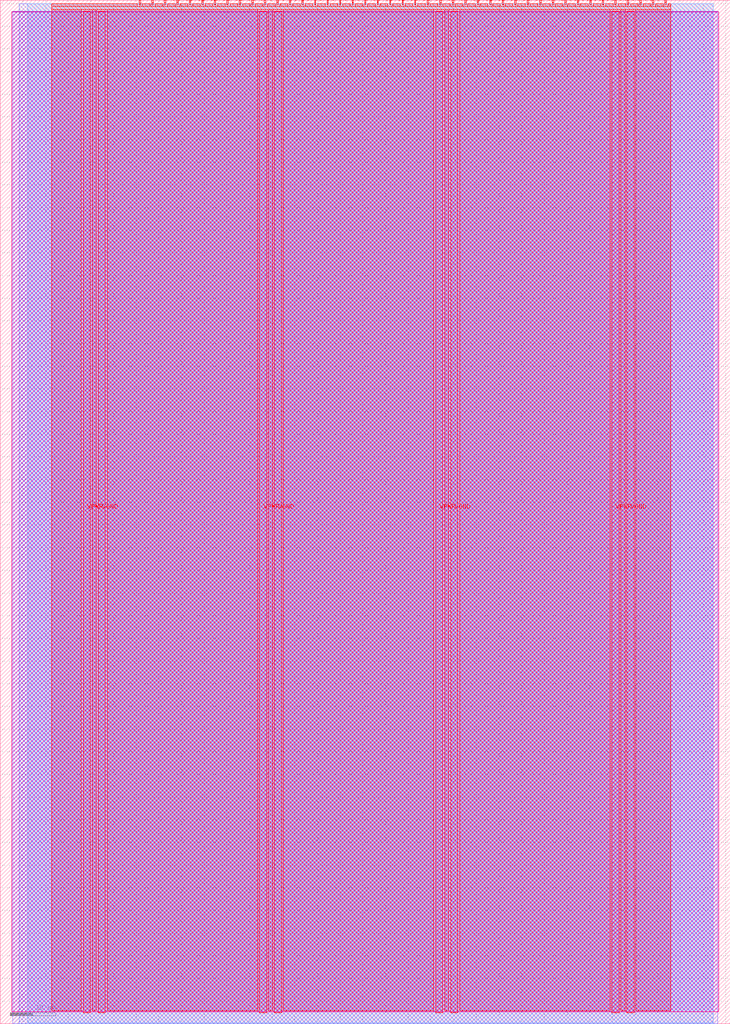
<source format=lef>
VERSION 5.7 ;
  NOWIREEXTENSIONATPIN ON ;
  DIVIDERCHAR "/" ;
  BUSBITCHARS "[]" ;
MACRO tt_um_underserved
  CLASS BLOCK ;
  FOREIGN tt_um_underserved ;
  ORIGIN 0.000 0.000 ;
  SIZE 161.000 BY 225.760 ;
  PIN VGND
    DIRECTION INOUT ;
    USE GROUND ;
    PORT
      LAYER met4 ;
        RECT 21.580 2.480 23.180 223.280 ;
    END
    PORT
      LAYER met4 ;
        RECT 60.450 2.480 62.050 223.280 ;
    END
    PORT
      LAYER met4 ;
        RECT 99.320 2.480 100.920 223.280 ;
    END
    PORT
      LAYER met4 ;
        RECT 138.190 2.480 139.790 223.280 ;
    END
  END VGND
  PIN VPWR
    DIRECTION INOUT ;
    USE POWER ;
    PORT
      LAYER met4 ;
        RECT 18.280 2.480 19.880 223.280 ;
    END
    PORT
      LAYER met4 ;
        RECT 57.150 2.480 58.750 223.280 ;
    END
    PORT
      LAYER met4 ;
        RECT 96.020 2.480 97.620 223.280 ;
    END
    PORT
      LAYER met4 ;
        RECT 134.890 2.480 136.490 223.280 ;
    END
  END VPWR
  PIN clk
    DIRECTION INPUT ;
    USE SIGNAL ;
    ANTENNAGATEAREA 0.852000 ;
    PORT
      LAYER met4 ;
        RECT 143.830 224.760 144.130 225.760 ;
    END
  END clk
  PIN ena
    DIRECTION INPUT ;
    USE SIGNAL ;
    PORT
      LAYER met4 ;
        RECT 146.590 224.760 146.890 225.760 ;
    END
  END ena
  PIN rst_n
    DIRECTION INPUT ;
    USE SIGNAL ;
    ANTENNAGATEAREA 0.196500 ;
    PORT
      LAYER met4 ;
        RECT 141.070 224.760 141.370 225.760 ;
    END
  END rst_n
  PIN ui_in[0]
    DIRECTION INPUT ;
    USE SIGNAL ;
    PORT
      LAYER met4 ;
        RECT 138.310 224.760 138.610 225.760 ;
    END
  END ui_in[0]
  PIN ui_in[1]
    DIRECTION INPUT ;
    USE SIGNAL ;
    PORT
      LAYER met4 ;
        RECT 135.550 224.760 135.850 225.760 ;
    END
  END ui_in[1]
  PIN ui_in[2]
    DIRECTION INPUT ;
    USE SIGNAL ;
    PORT
      LAYER met4 ;
        RECT 132.790 224.760 133.090 225.760 ;
    END
  END ui_in[2]
  PIN ui_in[3]
    DIRECTION INPUT ;
    USE SIGNAL ;
    PORT
      LAYER met4 ;
        RECT 130.030 224.760 130.330 225.760 ;
    END
  END ui_in[3]
  PIN ui_in[4]
    DIRECTION INPUT ;
    USE SIGNAL ;
    PORT
      LAYER met4 ;
        RECT 127.270 224.760 127.570 225.760 ;
    END
  END ui_in[4]
  PIN ui_in[5]
    DIRECTION INPUT ;
    USE SIGNAL ;
    PORT
      LAYER met4 ;
        RECT 124.510 224.760 124.810 225.760 ;
    END
  END ui_in[5]
  PIN ui_in[6]
    DIRECTION INPUT ;
    USE SIGNAL ;
    PORT
      LAYER met4 ;
        RECT 121.750 224.760 122.050 225.760 ;
    END
  END ui_in[6]
  PIN ui_in[7]
    DIRECTION INPUT ;
    USE SIGNAL ;
    ANTENNAGATEAREA 0.196500 ;
    PORT
      LAYER met4 ;
        RECT 118.990 224.760 119.290 225.760 ;
    END
  END ui_in[7]
  PIN uio_in[0]
    DIRECTION INPUT ;
    USE SIGNAL ;
    PORT
      LAYER met4 ;
        RECT 116.230 224.760 116.530 225.760 ;
    END
  END uio_in[0]
  PIN uio_in[1]
    DIRECTION INPUT ;
    USE SIGNAL ;
    PORT
      LAYER met4 ;
        RECT 113.470 224.760 113.770 225.760 ;
    END
  END uio_in[1]
  PIN uio_in[2]
    DIRECTION INPUT ;
    USE SIGNAL ;
    PORT
      LAYER met4 ;
        RECT 110.710 224.760 111.010 225.760 ;
    END
  END uio_in[2]
  PIN uio_in[3]
    DIRECTION INPUT ;
    USE SIGNAL ;
    PORT
      LAYER met4 ;
        RECT 107.950 224.760 108.250 225.760 ;
    END
  END uio_in[3]
  PIN uio_in[4]
    DIRECTION INPUT ;
    USE SIGNAL ;
    PORT
      LAYER met4 ;
        RECT 105.190 224.760 105.490 225.760 ;
    END
  END uio_in[4]
  PIN uio_in[5]
    DIRECTION INPUT ;
    USE SIGNAL ;
    PORT
      LAYER met4 ;
        RECT 102.430 224.760 102.730 225.760 ;
    END
  END uio_in[5]
  PIN uio_in[6]
    DIRECTION INPUT ;
    USE SIGNAL ;
    PORT
      LAYER met4 ;
        RECT 99.670 224.760 99.970 225.760 ;
    END
  END uio_in[6]
  PIN uio_in[7]
    DIRECTION INPUT ;
    USE SIGNAL ;
    PORT
      LAYER met4 ;
        RECT 96.910 224.760 97.210 225.760 ;
    END
  END uio_in[7]
  PIN uio_oe[0]
    DIRECTION OUTPUT ;
    USE SIGNAL ;
    PORT
      LAYER met4 ;
        RECT 49.990 224.760 50.290 225.760 ;
    END
  END uio_oe[0]
  PIN uio_oe[1]
    DIRECTION OUTPUT ;
    USE SIGNAL ;
    PORT
      LAYER met4 ;
        RECT 47.230 224.760 47.530 225.760 ;
    END
  END uio_oe[1]
  PIN uio_oe[2]
    DIRECTION OUTPUT ;
    USE SIGNAL ;
    PORT
      LAYER met4 ;
        RECT 44.470 224.760 44.770 225.760 ;
    END
  END uio_oe[2]
  PIN uio_oe[3]
    DIRECTION OUTPUT ;
    USE SIGNAL ;
    PORT
      LAYER met4 ;
        RECT 41.710 224.760 42.010 225.760 ;
    END
  END uio_oe[3]
  PIN uio_oe[4]
    DIRECTION OUTPUT ;
    USE SIGNAL ;
    PORT
      LAYER met4 ;
        RECT 38.950 224.760 39.250 225.760 ;
    END
  END uio_oe[4]
  PIN uio_oe[5]
    DIRECTION OUTPUT ;
    USE SIGNAL ;
    PORT
      LAYER met4 ;
        RECT 36.190 224.760 36.490 225.760 ;
    END
  END uio_oe[5]
  PIN uio_oe[6]
    DIRECTION OUTPUT ;
    USE SIGNAL ;
    PORT
      LAYER met4 ;
        RECT 33.430 224.760 33.730 225.760 ;
    END
  END uio_oe[6]
  PIN uio_oe[7]
    DIRECTION OUTPUT ;
    USE SIGNAL ;
    PORT
      LAYER met4 ;
        RECT 30.670 224.760 30.970 225.760 ;
    END
  END uio_oe[7]
  PIN uio_out[0]
    DIRECTION OUTPUT ;
    USE SIGNAL ;
    PORT
      LAYER met4 ;
        RECT 72.070 224.760 72.370 225.760 ;
    END
  END uio_out[0]
  PIN uio_out[1]
    DIRECTION OUTPUT ;
    USE SIGNAL ;
    PORT
      LAYER met4 ;
        RECT 69.310 224.760 69.610 225.760 ;
    END
  END uio_out[1]
  PIN uio_out[2]
    DIRECTION OUTPUT ;
    USE SIGNAL ;
    PORT
      LAYER met4 ;
        RECT 66.550 224.760 66.850 225.760 ;
    END
  END uio_out[2]
  PIN uio_out[3]
    DIRECTION OUTPUT ;
    USE SIGNAL ;
    PORT
      LAYER met4 ;
        RECT 63.790 224.760 64.090 225.760 ;
    END
  END uio_out[3]
  PIN uio_out[4]
    DIRECTION OUTPUT ;
    USE SIGNAL ;
    PORT
      LAYER met4 ;
        RECT 61.030 224.760 61.330 225.760 ;
    END
  END uio_out[4]
  PIN uio_out[5]
    DIRECTION OUTPUT ;
    USE SIGNAL ;
    PORT
      LAYER met4 ;
        RECT 58.270 224.760 58.570 225.760 ;
    END
  END uio_out[5]
  PIN uio_out[6]
    DIRECTION OUTPUT ;
    USE SIGNAL ;
    PORT
      LAYER met4 ;
        RECT 55.510 224.760 55.810 225.760 ;
    END
  END uio_out[6]
  PIN uio_out[7]
    DIRECTION OUTPUT ;
    USE SIGNAL ;
    PORT
      LAYER met4 ;
        RECT 52.750 224.760 53.050 225.760 ;
    END
  END uio_out[7]
  PIN uo_out[0]
    DIRECTION OUTPUT ;
    USE SIGNAL ;
    ANTENNAGATEAREA 0.126000 ;
    ANTENNADIFFAREA 0.445500 ;
    PORT
      LAYER met4 ;
        RECT 94.150 224.760 94.450 225.760 ;
    END
  END uo_out[0]
  PIN uo_out[1]
    DIRECTION OUTPUT ;
    USE SIGNAL ;
    ANTENNAGATEAREA 0.126000 ;
    ANTENNADIFFAREA 0.445500 ;
    PORT
      LAYER met4 ;
        RECT 91.390 224.760 91.690 225.760 ;
    END
  END uo_out[1]
  PIN uo_out[2]
    DIRECTION OUTPUT ;
    USE SIGNAL ;
    ANTENNAGATEAREA 0.126000 ;
    ANTENNADIFFAREA 0.445500 ;
    PORT
      LAYER met4 ;
        RECT 88.630 224.760 88.930 225.760 ;
    END
  END uo_out[2]
  PIN uo_out[3]
    DIRECTION OUTPUT ;
    USE SIGNAL ;
    ANTENNAGATEAREA 0.126000 ;
    ANTENNADIFFAREA 0.445500 ;
    PORT
      LAYER met4 ;
        RECT 85.870 224.760 86.170 225.760 ;
    END
  END uo_out[3]
  PIN uo_out[4]
    DIRECTION OUTPUT ;
    USE SIGNAL ;
    ANTENNAGATEAREA 0.126000 ;
    ANTENNADIFFAREA 0.445500 ;
    PORT
      LAYER met4 ;
        RECT 83.110 224.760 83.410 225.760 ;
    END
  END uo_out[4]
  PIN uo_out[5]
    DIRECTION OUTPUT ;
    USE SIGNAL ;
    ANTENNADIFFAREA 0.445500 ;
    PORT
      LAYER met4 ;
        RECT 80.350 224.760 80.650 225.760 ;
    END
  END uo_out[5]
  PIN uo_out[6]
    DIRECTION OUTPUT ;
    USE SIGNAL ;
    ANTENNADIFFAREA 0.445500 ;
    PORT
      LAYER met4 ;
        RECT 77.590 224.760 77.890 225.760 ;
    END
  END uo_out[6]
  PIN uo_out[7]
    DIRECTION OUTPUT ;
    USE SIGNAL ;
    ANTENNADIFFAREA 0.445500 ;
    PORT
      LAYER met4 ;
        RECT 74.830 224.760 75.130 225.760 ;
    END
  END uo_out[7]
  OBS
      LAYER nwell ;
        RECT 2.570 2.635 158.430 223.230 ;
      LAYER li1 ;
        RECT 2.760 2.635 158.240 223.125 ;
      LAYER met1 ;
        RECT 2.760 0.040 158.240 223.280 ;
      LAYER met2 ;
        RECT 4.240 0.010 157.230 224.925 ;
      LAYER met3 ;
        RECT 6.045 0.175 157.255 224.905 ;
      LAYER met4 ;
        RECT 11.335 224.360 30.270 224.905 ;
        RECT 31.370 224.360 33.030 224.905 ;
        RECT 34.130 224.360 35.790 224.905 ;
        RECT 36.890 224.360 38.550 224.905 ;
        RECT 39.650 224.360 41.310 224.905 ;
        RECT 42.410 224.360 44.070 224.905 ;
        RECT 45.170 224.360 46.830 224.905 ;
        RECT 47.930 224.360 49.590 224.905 ;
        RECT 50.690 224.360 52.350 224.905 ;
        RECT 53.450 224.360 55.110 224.905 ;
        RECT 56.210 224.360 57.870 224.905 ;
        RECT 58.970 224.360 60.630 224.905 ;
        RECT 61.730 224.360 63.390 224.905 ;
        RECT 64.490 224.360 66.150 224.905 ;
        RECT 67.250 224.360 68.910 224.905 ;
        RECT 70.010 224.360 71.670 224.905 ;
        RECT 72.770 224.360 74.430 224.905 ;
        RECT 75.530 224.360 77.190 224.905 ;
        RECT 78.290 224.360 79.950 224.905 ;
        RECT 81.050 224.360 82.710 224.905 ;
        RECT 83.810 224.360 85.470 224.905 ;
        RECT 86.570 224.360 88.230 224.905 ;
        RECT 89.330 224.360 90.990 224.905 ;
        RECT 92.090 224.360 93.750 224.905 ;
        RECT 94.850 224.360 96.510 224.905 ;
        RECT 97.610 224.360 99.270 224.905 ;
        RECT 100.370 224.360 102.030 224.905 ;
        RECT 103.130 224.360 104.790 224.905 ;
        RECT 105.890 224.360 107.550 224.905 ;
        RECT 108.650 224.360 110.310 224.905 ;
        RECT 111.410 224.360 113.070 224.905 ;
        RECT 114.170 224.360 115.830 224.905 ;
        RECT 116.930 224.360 118.590 224.905 ;
        RECT 119.690 224.360 121.350 224.905 ;
        RECT 122.450 224.360 124.110 224.905 ;
        RECT 125.210 224.360 126.870 224.905 ;
        RECT 127.970 224.360 129.630 224.905 ;
        RECT 130.730 224.360 132.390 224.905 ;
        RECT 133.490 224.360 135.150 224.905 ;
        RECT 136.250 224.360 137.910 224.905 ;
        RECT 139.010 224.360 140.670 224.905 ;
        RECT 141.770 224.360 143.430 224.905 ;
        RECT 144.530 224.360 146.190 224.905 ;
        RECT 147.290 224.360 147.825 224.905 ;
        RECT 11.335 223.680 147.825 224.360 ;
        RECT 11.335 2.895 17.880 223.680 ;
        RECT 20.280 2.895 21.180 223.680 ;
        RECT 23.580 2.895 56.750 223.680 ;
        RECT 59.150 2.895 60.050 223.680 ;
        RECT 62.450 2.895 95.620 223.680 ;
        RECT 98.020 2.895 98.920 223.680 ;
        RECT 101.320 2.895 134.490 223.680 ;
        RECT 136.890 2.895 137.790 223.680 ;
        RECT 140.190 2.895 147.825 223.680 ;
  END
END tt_um_underserved
END LIBRARY


</source>
